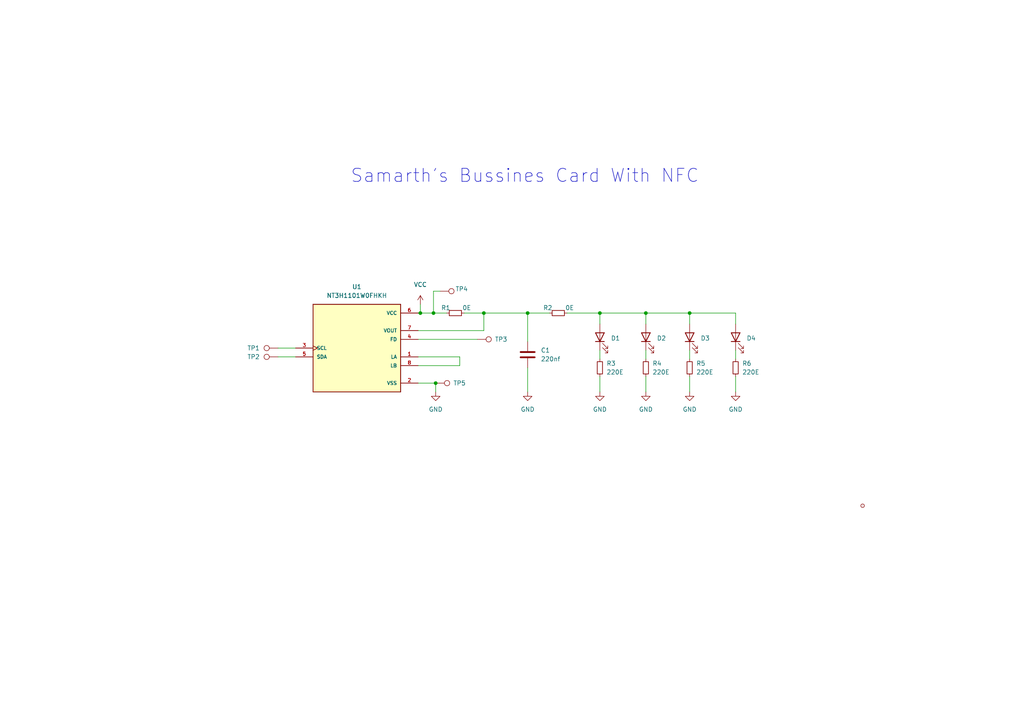
<source format=kicad_sch>
(kicad_sch (version 20230121) (generator eeschema)

  (uuid 7f5acc34-4bdc-4614-918e-a91e0be7a014)

  (paper "A4")

  (lib_symbols
    (symbol "Connector:TestPoint" (pin_numbers hide) (pin_names (offset 0.762) hide) (in_bom yes) (on_board yes)
      (property "Reference" "TP" (at 0 6.858 0)
        (effects (font (size 1.27 1.27)))
      )
      (property "Value" "TestPoint" (at 0 5.08 0)
        (effects (font (size 1.27 1.27)))
      )
      (property "Footprint" "" (at 5.08 0 0)
        (effects (font (size 1.27 1.27)) hide)
      )
      (property "Datasheet" "~" (at 5.08 0 0)
        (effects (font (size 1.27 1.27)) hide)
      )
      (property "ki_keywords" "test point tp" (at 0 0 0)
        (effects (font (size 1.27 1.27)) hide)
      )
      (property "ki_description" "test point" (at 0 0 0)
        (effects (font (size 1.27 1.27)) hide)
      )
      (property "ki_fp_filters" "Pin* Test*" (at 0 0 0)
        (effects (font (size 1.27 1.27)) hide)
      )
      (symbol "TestPoint_0_1"
        (circle (center 0 3.302) (radius 0.762)
          (stroke (width 0) (type default))
          (fill (type none))
        )
      )
      (symbol "TestPoint_1_1"
        (pin passive line (at 0 0 90) (length 2.54)
          (name "1" (effects (font (size 1.27 1.27))))
          (number "1" (effects (font (size 1.27 1.27))))
        )
      )
    )
    (symbol "Connector:TestPoint_Small" (pin_numbers hide) (pin_names (offset 0.762) hide) (in_bom yes) (on_board yes)
      (property "Reference" "TP" (at 0 3.81 0)
        (effects (font (size 1.27 1.27)))
      )
      (property "Value" "TestPoint_Small" (at 0 2.032 0)
        (effects (font (size 1.27 1.27)))
      )
      (property "Footprint" "" (at 5.08 0 0)
        (effects (font (size 1.27 1.27)) hide)
      )
      (property "Datasheet" "~" (at 5.08 0 0)
        (effects (font (size 1.27 1.27)) hide)
      )
      (property "ki_keywords" "test point tp" (at 0 0 0)
        (effects (font (size 1.27 1.27)) hide)
      )
      (property "ki_description" "test point" (at 0 0 0)
        (effects (font (size 1.27 1.27)) hide)
      )
      (property "ki_fp_filters" "Pin* Test*" (at 0 0 0)
        (effects (font (size 1.27 1.27)) hide)
      )
      (symbol "TestPoint_Small_0_1"
        (circle (center 0 0) (radius 0.508)
          (stroke (width 0) (type default))
          (fill (type none))
        )
      )
      (symbol "TestPoint_Small_1_1"
        (pin passive line (at 0 0 90) (length 0)
          (name "1" (effects (font (size 1.27 1.27))))
          (number "1" (effects (font (size 1.27 1.27))))
        )
      )
    )
    (symbol "Device:C" (pin_numbers hide) (pin_names (offset 0.254)) (in_bom yes) (on_board yes)
      (property "Reference" "C" (at 0.635 2.54 0)
        (effects (font (size 1.27 1.27)) (justify left))
      )
      (property "Value" "C" (at 0.635 -2.54 0)
        (effects (font (size 1.27 1.27)) (justify left))
      )
      (property "Footprint" "" (at 0.9652 -3.81 0)
        (effects (font (size 1.27 1.27)) hide)
      )
      (property "Datasheet" "~" (at 0 0 0)
        (effects (font (size 1.27 1.27)) hide)
      )
      (property "ki_keywords" "cap capacitor" (at 0 0 0)
        (effects (font (size 1.27 1.27)) hide)
      )
      (property "ki_description" "Unpolarized capacitor" (at 0 0 0)
        (effects (font (size 1.27 1.27)) hide)
      )
      (property "ki_fp_filters" "C_*" (at 0 0 0)
        (effects (font (size 1.27 1.27)) hide)
      )
      (symbol "C_0_1"
        (polyline
          (pts
            (xy -2.032 -0.762)
            (xy 2.032 -0.762)
          )
          (stroke (width 0.508) (type default))
          (fill (type none))
        )
        (polyline
          (pts
            (xy -2.032 0.762)
            (xy 2.032 0.762)
          )
          (stroke (width 0.508) (type default))
          (fill (type none))
        )
      )
      (symbol "C_1_1"
        (pin passive line (at 0 3.81 270) (length 2.794)
          (name "~" (effects (font (size 1.27 1.27))))
          (number "1" (effects (font (size 1.27 1.27))))
        )
        (pin passive line (at 0 -3.81 90) (length 2.794)
          (name "~" (effects (font (size 1.27 1.27))))
          (number "2" (effects (font (size 1.27 1.27))))
        )
      )
    )
    (symbol "Device:LED" (pin_numbers hide) (pin_names (offset 1.016) hide) (in_bom yes) (on_board yes)
      (property "Reference" "D" (at 0 2.54 0)
        (effects (font (size 1.27 1.27)))
      )
      (property "Value" "LED" (at 0 -2.54 0)
        (effects (font (size 1.27 1.27)))
      )
      (property "Footprint" "" (at 0 0 0)
        (effects (font (size 1.27 1.27)) hide)
      )
      (property "Datasheet" "~" (at 0 0 0)
        (effects (font (size 1.27 1.27)) hide)
      )
      (property "ki_keywords" "LED diode" (at 0 0 0)
        (effects (font (size 1.27 1.27)) hide)
      )
      (property "ki_description" "Light emitting diode" (at 0 0 0)
        (effects (font (size 1.27 1.27)) hide)
      )
      (property "ki_fp_filters" "LED* LED_SMD:* LED_THT:*" (at 0 0 0)
        (effects (font (size 1.27 1.27)) hide)
      )
      (symbol "LED_0_1"
        (polyline
          (pts
            (xy -1.27 -1.27)
            (xy -1.27 1.27)
          )
          (stroke (width 0.254) (type default))
          (fill (type none))
        )
        (polyline
          (pts
            (xy -1.27 0)
            (xy 1.27 0)
          )
          (stroke (width 0) (type default))
          (fill (type none))
        )
        (polyline
          (pts
            (xy 1.27 -1.27)
            (xy 1.27 1.27)
            (xy -1.27 0)
            (xy 1.27 -1.27)
          )
          (stroke (width 0.254) (type default))
          (fill (type none))
        )
        (polyline
          (pts
            (xy -3.048 -0.762)
            (xy -4.572 -2.286)
            (xy -3.81 -2.286)
            (xy -4.572 -2.286)
            (xy -4.572 -1.524)
          )
          (stroke (width 0) (type default))
          (fill (type none))
        )
        (polyline
          (pts
            (xy -1.778 -0.762)
            (xy -3.302 -2.286)
            (xy -2.54 -2.286)
            (xy -3.302 -2.286)
            (xy -3.302 -1.524)
          )
          (stroke (width 0) (type default))
          (fill (type none))
        )
      )
      (symbol "LED_1_1"
        (pin passive line (at -3.81 0 0) (length 2.54)
          (name "K" (effects (font (size 1.27 1.27))))
          (number "1" (effects (font (size 1.27 1.27))))
        )
        (pin passive line (at 3.81 0 180) (length 2.54)
          (name "A" (effects (font (size 1.27 1.27))))
          (number "2" (effects (font (size 1.27 1.27))))
        )
      )
    )
    (symbol "Device:R_Small" (pin_numbers hide) (pin_names (offset 0.254) hide) (in_bom yes) (on_board yes)
      (property "Reference" "R" (at 0.762 0.508 0)
        (effects (font (size 1.27 1.27)) (justify left))
      )
      (property "Value" "R_Small" (at 0.762 -1.016 0)
        (effects (font (size 1.27 1.27)) (justify left))
      )
      (property "Footprint" "" (at 0 0 0)
        (effects (font (size 1.27 1.27)) hide)
      )
      (property "Datasheet" "~" (at 0 0 0)
        (effects (font (size 1.27 1.27)) hide)
      )
      (property "ki_keywords" "R resistor" (at 0 0 0)
        (effects (font (size 1.27 1.27)) hide)
      )
      (property "ki_description" "Resistor, small symbol" (at 0 0 0)
        (effects (font (size 1.27 1.27)) hide)
      )
      (property "ki_fp_filters" "R_*" (at 0 0 0)
        (effects (font (size 1.27 1.27)) hide)
      )
      (symbol "R_Small_0_1"
        (rectangle (start -0.762 1.778) (end 0.762 -1.778)
          (stroke (width 0.2032) (type default))
          (fill (type none))
        )
      )
      (symbol "R_Small_1_1"
        (pin passive line (at 0 2.54 270) (length 0.762)
          (name "~" (effects (font (size 1.27 1.27))))
          (number "1" (effects (font (size 1.27 1.27))))
        )
        (pin passive line (at 0 -2.54 90) (length 0.762)
          (name "~" (effects (font (size 1.27 1.27))))
          (number "2" (effects (font (size 1.27 1.27))))
        )
      )
    )
    (symbol "NT3H1101W0FHKH:NT3H1101W0FHKH" (pin_names (offset 1.016)) (in_bom yes) (on_board yes)
      (property "Reference" "U" (at -12.7 13.462 0)
        (effects (font (size 1.27 1.27)) (justify left bottom))
      )
      (property "Value" "NT3H1101W0FHKH" (at -12.7 -15.24 0)
        (effects (font (size 1.27 1.27)) (justify left bottom))
      )
      (property "Footprint" "IC_NT3H1101W0FHKH" (at 0 0 0)
        (effects (font (size 1.27 1.27)) (justify bottom) hide)
      )
      (property "Datasheet" "" (at 0 0 0)
        (effects (font (size 1.27 1.27)) hide)
      )
      (property "MANUFACTURER" "NXP" (at 0 0 0)
        (effects (font (size 1.27 1.27)) (justify bottom) hide)
      )
      (property "SNAPEDA_PACKAGE_ID" "7291" (at 0 0 0)
        (effects (font (size 1.27 1.27)) (justify bottom) hide)
      )
      (property "STANDARD" "Manufacturer Recommendations" (at 0 0 0)
        (effects (font (size 1.27 1.27)) (justify bottom) hide)
      )
      (property "PARTREV" "3.3" (at 0 0 0)
        (effects (font (size 1.27 1.27)) (justify bottom) hide)
      )
      (property "MAXIMUM_PACKAGE_HEIGHT" "0.5mm" (at 0 0 0)
        (effects (font (size 1.27 1.27)) (justify bottom) hide)
      )
      (symbol "NT3H1101W0FHKH_0_0"
        (rectangle (start -12.7 -12.7) (end 12.7 12.7)
          (stroke (width 0.254) (type default))
          (fill (type background))
        )
        (pin bidirectional line (at 17.78 -2.54 180) (length 5.08)
          (name "LA" (effects (font (size 1.016 1.016))))
          (number "1" (effects (font (size 1.016 1.016))))
        )
        (pin power_in line (at 17.78 -10.16 180) (length 5.08)
          (name "VSS" (effects (font (size 1.016 1.016))))
          (number "2" (effects (font (size 1.016 1.016))))
        )
        (pin input clock (at -17.78 0 0) (length 5.08)
          (name "SCL" (effects (font (size 1.016 1.016))))
          (number "3" (effects (font (size 1.016 1.016))))
        )
        (pin output line (at 17.78 2.54 180) (length 5.08)
          (name "FD" (effects (font (size 1.016 1.016))))
          (number "4" (effects (font (size 1.016 1.016))))
        )
        (pin bidirectional line (at -17.78 -2.54 0) (length 5.08)
          (name "SDA" (effects (font (size 1.016 1.016))))
          (number "5" (effects (font (size 1.016 1.016))))
        )
        (pin power_in line (at 17.78 10.16 180) (length 5.08)
          (name "VCC" (effects (font (size 1.016 1.016))))
          (number "6" (effects (font (size 1.016 1.016))))
        )
        (pin output line (at 17.78 5.08 180) (length 5.08)
          (name "VOUT" (effects (font (size 1.016 1.016))))
          (number "7" (effects (font (size 1.016 1.016))))
        )
        (pin bidirectional line (at 17.78 -5.08 180) (length 5.08)
          (name "LB" (effects (font (size 1.016 1.016))))
          (number "8" (effects (font (size 1.016 1.016))))
        )
      )
    )
    (symbol "power:GND" (power) (pin_names (offset 0)) (in_bom yes) (on_board yes)
      (property "Reference" "#PWR" (at 0 -6.35 0)
        (effects (font (size 1.27 1.27)) hide)
      )
      (property "Value" "GND" (at 0 -3.81 0)
        (effects (font (size 1.27 1.27)))
      )
      (property "Footprint" "" (at 0 0 0)
        (effects (font (size 1.27 1.27)) hide)
      )
      (property "Datasheet" "" (at 0 0 0)
        (effects (font (size 1.27 1.27)) hide)
      )
      (property "ki_keywords" "power-flag" (at 0 0 0)
        (effects (font (size 1.27 1.27)) hide)
      )
      (property "ki_description" "Power symbol creates a global label with name \"GND\" , ground" (at 0 0 0)
        (effects (font (size 1.27 1.27)) hide)
      )
      (symbol "GND_0_1"
        (polyline
          (pts
            (xy 0 0)
            (xy 0 -1.27)
            (xy 1.27 -1.27)
            (xy 0 -2.54)
            (xy -1.27 -1.27)
            (xy 0 -1.27)
          )
          (stroke (width 0) (type default))
          (fill (type none))
        )
      )
      (symbol "GND_1_1"
        (pin power_in line (at 0 0 270) (length 0) hide
          (name "GND" (effects (font (size 1.27 1.27))))
          (number "1" (effects (font (size 1.27 1.27))))
        )
      )
    )
    (symbol "power:VCC" (power) (pin_names (offset 0)) (in_bom yes) (on_board yes)
      (property "Reference" "#PWR" (at 0 -3.81 0)
        (effects (font (size 1.27 1.27)) hide)
      )
      (property "Value" "VCC" (at 0 3.81 0)
        (effects (font (size 1.27 1.27)))
      )
      (property "Footprint" "" (at 0 0 0)
        (effects (font (size 1.27 1.27)) hide)
      )
      (property "Datasheet" "" (at 0 0 0)
        (effects (font (size 1.27 1.27)) hide)
      )
      (property "ki_keywords" "power-flag" (at 0 0 0)
        (effects (font (size 1.27 1.27)) hide)
      )
      (property "ki_description" "Power symbol creates a global label with name \"VCC\"" (at 0 0 0)
        (effects (font (size 1.27 1.27)) hide)
      )
      (symbol "VCC_0_1"
        (polyline
          (pts
            (xy -0.762 1.27)
            (xy 0 2.54)
          )
          (stroke (width 0) (type default))
          (fill (type none))
        )
        (polyline
          (pts
            (xy 0 0)
            (xy 0 2.54)
          )
          (stroke (width 0) (type default))
          (fill (type none))
        )
        (polyline
          (pts
            (xy 0 2.54)
            (xy 0.762 1.27)
          )
          (stroke (width 0) (type default))
          (fill (type none))
        )
      )
      (symbol "VCC_1_1"
        (pin power_in line (at 0 0 90) (length 0) hide
          (name "VCC" (effects (font (size 1.27 1.27))))
          (number "1" (effects (font (size 1.27 1.27))))
        )
      )
    )
  )

  (junction (at 173.99 90.805) (diameter 0) (color 0 0 0 0)
    (uuid 37386ffc-7bfa-43da-ab95-757e6819a2d3)
  )
  (junction (at 126.365 111.125) (diameter 0) (color 0 0 0 0)
    (uuid 4d758095-283b-493a-aa7f-483ff6230876)
  )
  (junction (at 140.335 90.805) (diameter 0) (color 0 0 0 0)
    (uuid 804346ee-33c0-44d5-97a2-ba39edaa3a98)
  )
  (junction (at 153.035 90.805) (diameter 0) (color 0 0 0 0)
    (uuid 8d190742-123e-4a1e-8421-0a1cd0266f62)
  )
  (junction (at 125.73 90.805) (diameter 0) (color 0 0 0 0)
    (uuid 9681769c-d4c4-4f1a-9072-d08ea6a3ceb4)
  )
  (junction (at 200.025 90.805) (diameter 0) (color 0 0 0 0)
    (uuid ad5372d5-8502-4d70-ad7c-aa2f3b2f3f0f)
  )
  (junction (at 187.325 90.805) (diameter 0) (color 0 0 0 0)
    (uuid c58e0dc2-256d-4988-b6a0-4bd2f3010c8e)
  )
  (junction (at 121.92 90.805) (diameter 0) (color 0 0 0 0)
    (uuid dfa8501b-d74e-447b-aafb-19ec36efb7a0)
  )

  (wire (pts (xy 187.325 90.805) (xy 187.325 93.98))
    (stroke (width 0) (type default))
    (uuid 0692b572-dc97-432c-9ba4-5829bb4e2674)
  )
  (wire (pts (xy 80.645 103.505) (xy 85.725 103.505))
    (stroke (width 0) (type default))
    (uuid 09ee7ed5-b1f1-46b5-8559-09c87feb3223)
  )
  (wire (pts (xy 121.285 103.505) (xy 133.35 103.505))
    (stroke (width 0) (type default))
    (uuid 0ae15bca-fc42-421d-9847-6681d5c904e9)
  )
  (wire (pts (xy 173.99 90.805) (xy 173.99 93.98))
    (stroke (width 0) (type default))
    (uuid 105aeca6-e713-4154-9fab-b325fbb238bf)
  )
  (wire (pts (xy 121.92 90.805) (xy 125.73 90.805))
    (stroke (width 0) (type default))
    (uuid 1b5bb49b-d644-4ab7-976d-c3bf6b7d0233)
  )
  (wire (pts (xy 213.36 93.98) (xy 213.36 90.805))
    (stroke (width 0) (type default))
    (uuid 21b0239d-4cc5-4462-b0c0-6fcff35090e4)
  )
  (wire (pts (xy 173.99 101.6) (xy 173.99 104.14))
    (stroke (width 0) (type default))
    (uuid 2369b097-3997-4b0e-ba6d-dc65a15ee647)
  )
  (wire (pts (xy 126.365 111.125) (xy 126.365 113.665))
    (stroke (width 0) (type default))
    (uuid 242e065b-4829-4e07-ac76-563c82cbec65)
  )
  (wire (pts (xy 187.325 101.6) (xy 187.325 104.14))
    (stroke (width 0) (type default))
    (uuid 254c8082-567b-4169-9b9e-2172aac15e9c)
  )
  (wire (pts (xy 213.36 109.22) (xy 213.36 113.665))
    (stroke (width 0) (type default))
    (uuid 256a8cdb-c588-43ff-9872-31a3ba801a44)
  )
  (wire (pts (xy 200.025 109.22) (xy 200.025 113.665))
    (stroke (width 0) (type default))
    (uuid 359a8ae0-06d7-457c-b8dc-784b9dc3be65)
  )
  (wire (pts (xy 125.73 84.455) (xy 125.73 90.805))
    (stroke (width 0) (type default))
    (uuid 3661d0b4-0d38-43ff-bb21-f9350d1f293c)
  )
  (wire (pts (xy 153.035 90.805) (xy 153.035 99.06))
    (stroke (width 0) (type default))
    (uuid 37527a03-822b-453f-8484-c20706aaa766)
  )
  (wire (pts (xy 200.025 90.805) (xy 187.325 90.805))
    (stroke (width 0) (type default))
    (uuid 42fcf1b9-8d02-4601-8eaf-201d10380300)
  )
  (wire (pts (xy 125.73 90.805) (xy 129.54 90.805))
    (stroke (width 0) (type default))
    (uuid 4585de92-0f4c-4ea3-ad87-bd4b7d4bdfe7)
  )
  (wire (pts (xy 133.35 103.505) (xy 133.35 106.045))
    (stroke (width 0) (type default))
    (uuid 57c976a1-8aa9-4713-b735-32a74162ee77)
  )
  (wire (pts (xy 187.325 90.805) (xy 173.99 90.805))
    (stroke (width 0) (type default))
    (uuid 5e70c39e-7729-4d20-9f0f-f91842f42ca2)
  )
  (wire (pts (xy 140.335 90.805) (xy 153.035 90.805))
    (stroke (width 0) (type default))
    (uuid 5ea3f565-f133-4a7b-9c9f-db7a46a8ce4c)
  )
  (wire (pts (xy 140.335 95.885) (xy 140.335 90.805))
    (stroke (width 0) (type default))
    (uuid 6165aed1-55e6-4da6-80a3-b506e38250ea)
  )
  (wire (pts (xy 200.025 101.6) (xy 200.025 104.14))
    (stroke (width 0) (type default))
    (uuid 6cb20960-f9f0-4fce-bae0-5fb227fd2520)
  )
  (wire (pts (xy 121.92 88.265) (xy 121.92 90.805))
    (stroke (width 0) (type default))
    (uuid 6fb688e1-389c-4dbd-a79a-a1d5863717d3)
  )
  (wire (pts (xy 200.025 90.805) (xy 200.025 93.98))
    (stroke (width 0) (type default))
    (uuid 70a41ef5-71c0-4006-b517-742e5c06ed8c)
  )
  (wire (pts (xy 127.635 84.455) (xy 125.73 84.455))
    (stroke (width 0) (type default))
    (uuid 7bac5338-fee2-4cbe-b5b6-5ad9e0cb5809)
  )
  (wire (pts (xy 121.285 95.885) (xy 140.335 95.885))
    (stroke (width 0) (type default))
    (uuid 86ad4319-53a4-4b26-8f2c-58abe441275c)
  )
  (wire (pts (xy 213.36 101.6) (xy 213.36 104.14))
    (stroke (width 0) (type default))
    (uuid 8802ed53-1cf0-403e-8b2b-bd839a65255b)
  )
  (wire (pts (xy 121.285 98.425) (xy 138.43 98.425))
    (stroke (width 0) (type default))
    (uuid 8c24aab8-9653-4b8d-a2cc-155d9eeefeeb)
  )
  (wire (pts (xy 121.285 90.805) (xy 121.92 90.805))
    (stroke (width 0) (type default))
    (uuid 8e56f7c5-f2f1-45b0-a006-2d8c6652e0b0)
  )
  (wire (pts (xy 80.645 100.965) (xy 85.725 100.965))
    (stroke (width 0) (type default))
    (uuid 95a23436-f002-4d97-9a56-35773dbb2448)
  )
  (wire (pts (xy 153.035 106.68) (xy 153.035 113.665))
    (stroke (width 0) (type default))
    (uuid 9678cbee-eafd-4616-b6e7-9e1053baaf49)
  )
  (wire (pts (xy 187.325 109.22) (xy 187.325 113.665))
    (stroke (width 0) (type default))
    (uuid c42dd4bf-78b6-4ff8-96a0-7da9968721c9)
  )
  (wire (pts (xy 133.35 106.045) (xy 121.285 106.045))
    (stroke (width 0) (type default))
    (uuid c4bb1f27-59ff-4338-ba3c-f5dc01eac9fe)
  )
  (wire (pts (xy 153.035 90.805) (xy 159.385 90.805))
    (stroke (width 0) (type default))
    (uuid c567390a-0518-43a4-bdc5-e85208a0574c)
  )
  (wire (pts (xy 173.99 109.22) (xy 173.99 113.665))
    (stroke (width 0) (type default))
    (uuid d02c82e0-e381-4d37-b784-3bc01b66f03b)
  )
  (wire (pts (xy 134.62 90.805) (xy 140.335 90.805))
    (stroke (width 0) (type default))
    (uuid d2064489-fa09-4565-9516-b0d90d25942e)
  )
  (wire (pts (xy 164.465 90.805) (xy 173.99 90.805))
    (stroke (width 0) (type default))
    (uuid e3201043-c41e-4320-a75b-250ba7b44d53)
  )
  (wire (pts (xy 213.36 90.805) (xy 200.025 90.805))
    (stroke (width 0) (type default))
    (uuid f20ed175-c3ed-46b5-b525-32131ac8926e)
  )
  (wire (pts (xy 121.285 111.125) (xy 126.365 111.125))
    (stroke (width 0) (type default))
    (uuid fb6a9c21-eb17-4644-b884-2b055562aec4)
  )

  (text "Samarth's Bussines Card With NFC" (at 101.6 53.34 0)
    (effects (font (size 3.81 3.81)) (justify left bottom))
    (uuid 2e292b5d-a690-4788-a442-f6155b14b4da)
  )

  (symbol (lib_id "Connector:TestPoint_Small") (at 250.19 146.685 0) (unit 1)
    (in_bom yes) (on_board yes) (dnp no) (fields_autoplaced)
    (uuid 030adf38-2915-416b-a7eb-550b637f3de6)
    (property "Reference" "TP6" (at 251.46 145.4149 0)
      (effects (font (size 1.27 1.27)) (justify left) hide)
    )
    (property "Value" "TestPoint_Small" (at 251.46 147.9549 0)
      (effects (font (size 1.27 1.27)) (justify left) hide)
    )
    (property "Footprint" "" (at 255.27 146.685 0)
      (effects (font (size 1.27 1.27)) hide)
    )
    (property "Datasheet" "~" (at 255.27 146.685 0)
      (effects (font (size 1.27 1.27)) hide)
    )
    (pin "1" (uuid aea85a9b-f0ba-4825-9336-9428f3479ef2))
    (instances
      (project "Samarth_Bussines_Card_With_NFC"
        (path "/7f5acc34-4bdc-4614-918e-a91e0be7a014"
          (reference "TP6") (unit 1)
        )
      )
    )
  )

  (symbol (lib_id "power:GND") (at 126.365 113.665 0) (unit 1)
    (in_bom yes) (on_board yes) (dnp no) (fields_autoplaced)
    (uuid 39e52a45-3584-477e-bae5-96157560c704)
    (property "Reference" "#PWR01" (at 126.365 120.015 0)
      (effects (font (size 1.27 1.27)) hide)
    )
    (property "Value" "GND" (at 126.365 118.745 0)
      (effects (font (size 1.27 1.27)))
    )
    (property "Footprint" "" (at 126.365 113.665 0)
      (effects (font (size 1.27 1.27)) hide)
    )
    (property "Datasheet" "" (at 126.365 113.665 0)
      (effects (font (size 1.27 1.27)) hide)
    )
    (pin "1" (uuid 12ab84da-9dad-465c-92a4-84c9da254f31))
    (instances
      (project "Samarth_Bussines_Card_With_NFC"
        (path "/7f5acc34-4bdc-4614-918e-a91e0be7a014"
          (reference "#PWR01") (unit 1)
        )
      )
    )
  )

  (symbol (lib_id "power:GND") (at 187.325 113.665 0) (unit 1)
    (in_bom yes) (on_board yes) (dnp no) (fields_autoplaced)
    (uuid 3f2a2a50-aa78-435f-a3ec-199d791b0813)
    (property "Reference" "#PWR04" (at 187.325 120.015 0)
      (effects (font (size 1.27 1.27)) hide)
    )
    (property "Value" "GND" (at 187.325 118.745 0)
      (effects (font (size 1.27 1.27)))
    )
    (property "Footprint" "" (at 187.325 113.665 0)
      (effects (font (size 1.27 1.27)) hide)
    )
    (property "Datasheet" "" (at 187.325 113.665 0)
      (effects (font (size 1.27 1.27)) hide)
    )
    (pin "1" (uuid 1db53edb-3742-4a2b-b2c8-352cae8fae56))
    (instances
      (project "Samarth_Bussines_Card_With_NFC"
        (path "/7f5acc34-4bdc-4614-918e-a91e0be7a014"
          (reference "#PWR04") (unit 1)
        )
      )
    )
  )

  (symbol (lib_id "power:GND") (at 173.99 113.665 0) (unit 1)
    (in_bom yes) (on_board yes) (dnp no) (fields_autoplaced)
    (uuid 62dee1d6-abf8-4386-b05c-74b5a6eb260a)
    (property "Reference" "#PWR03" (at 173.99 120.015 0)
      (effects (font (size 1.27 1.27)) hide)
    )
    (property "Value" "GND" (at 173.99 118.745 0)
      (effects (font (size 1.27 1.27)))
    )
    (property "Footprint" "" (at 173.99 113.665 0)
      (effects (font (size 1.27 1.27)) hide)
    )
    (property "Datasheet" "" (at 173.99 113.665 0)
      (effects (font (size 1.27 1.27)) hide)
    )
    (pin "1" (uuid 0946d62e-c702-4855-83b3-e13348e6af3d))
    (instances
      (project "Samarth_Bussines_Card_With_NFC"
        (path "/7f5acc34-4bdc-4614-918e-a91e0be7a014"
          (reference "#PWR03") (unit 1)
        )
      )
    )
  )

  (symbol (lib_id "Device:C") (at 153.035 102.87 0) (unit 1)
    (in_bom yes) (on_board yes) (dnp no) (fields_autoplaced)
    (uuid 6afa757b-8ca7-404f-bc20-5f683361bd6d)
    (property "Reference" "C1" (at 156.845 101.5999 0)
      (effects (font (size 1.27 1.27)) (justify left))
    )
    (property "Value" "220nf" (at 156.845 104.1399 0)
      (effects (font (size 1.27 1.27)) (justify left))
    )
    (property "Footprint" "Capacitor_SMD:C_0402_1005Metric" (at 154.0002 106.68 0)
      (effects (font (size 1.27 1.27)) hide)
    )
    (property "Datasheet" "~" (at 153.035 102.87 0)
      (effects (font (size 1.27 1.27)) hide)
    )
    (pin "1" (uuid cdb3d52e-7d61-4432-aebf-44edde9e6218))
    (pin "2" (uuid ffae792f-71ac-49fe-935f-3fc508041663))
    (instances
      (project "Samarth_Bussines_Card_With_NFC"
        (path "/7f5acc34-4bdc-4614-918e-a91e0be7a014"
          (reference "C1") (unit 1)
        )
      )
    )
  )

  (symbol (lib_id "NT3H1101W0FHKH:NT3H1101W0FHKH") (at 103.505 100.965 0) (unit 1)
    (in_bom yes) (on_board yes) (dnp no) (fields_autoplaced)
    (uuid 6f9a8c71-b4d4-49cb-aee1-c7349e7cfa7d)
    (property "Reference" "U1" (at 103.505 83.185 0)
      (effects (font (size 1.27 1.27)))
    )
    (property "Value" "NT3H1101W0FHKH" (at 103.505 85.725 0)
      (effects (font (size 1.27 1.27)))
    )
    (property "Footprint" "Shawn_PCB_Business_card:IC_NT3H1101W0FHKH" (at 103.505 100.965 0)
      (effects (font (size 1.27 1.27)) (justify bottom) hide)
    )
    (property "Datasheet" "" (at 103.505 100.965 0)
      (effects (font (size 1.27 1.27)) hide)
    )
    (property "MANUFACTURER" "NXP" (at 103.505 100.965 0)
      (effects (font (size 1.27 1.27)) (justify bottom) hide)
    )
    (property "SNAPEDA_PACKAGE_ID" "7291" (at 103.505 100.965 0)
      (effects (font (size 1.27 1.27)) (justify bottom) hide)
    )
    (property "STANDARD" "Manufacturer Recommendations" (at 103.505 100.965 0)
      (effects (font (size 1.27 1.27)) (justify bottom) hide)
    )
    (property "PARTREV" "3.3" (at 103.505 100.965 0)
      (effects (font (size 1.27 1.27)) (justify bottom) hide)
    )
    (property "MAXIMUM_PACKAGE_HEIGHT" "0.5mm" (at 103.505 100.965 0)
      (effects (font (size 1.27 1.27)) (justify bottom) hide)
    )
    (pin "1" (uuid da43069f-51ed-4d68-8c7c-469b83cd0e26))
    (pin "2" (uuid 38042dee-cce7-471d-9caf-1c9378e5f58c))
    (pin "3" (uuid e554856b-055c-427b-ae3b-fa1dbf157bad))
    (pin "4" (uuid d8a9bd98-7b11-48d4-b2af-e7f13b0c797b))
    (pin "5" (uuid 9b22227d-9352-4dd3-821a-5a37f628aebe))
    (pin "6" (uuid 04ea2286-1185-489c-b347-b58ea3c5d3c8))
    (pin "7" (uuid 7695d0bc-9c1f-415f-90f2-a6cf85a876ef))
    (pin "8" (uuid 9a03eb5c-53b5-4e0a-a459-d2c4c565547b))
    (instances
      (project "Samarth_Bussines_Card_With_NFC"
        (path "/7f5acc34-4bdc-4614-918e-a91e0be7a014"
          (reference "U1") (unit 1)
        )
      )
    )
  )

  (symbol (lib_id "Device:R_Small") (at 173.99 106.68 0) (unit 1)
    (in_bom yes) (on_board yes) (dnp no) (fields_autoplaced)
    (uuid 7532b1ab-2490-4c8c-ac44-94c1bd48cbda)
    (property "Reference" "R3" (at 175.895 105.4099 0)
      (effects (font (size 1.27 1.27)) (justify left))
    )
    (property "Value" "220E" (at 175.895 107.9499 0)
      (effects (font (size 1.27 1.27)) (justify left))
    )
    (property "Footprint" "Resistor_SMD:R_0402_1005Metric" (at 173.99 106.68 0)
      (effects (font (size 1.27 1.27)) hide)
    )
    (property "Datasheet" "~" (at 173.99 106.68 0)
      (effects (font (size 1.27 1.27)) hide)
    )
    (pin "1" (uuid a2771df9-2544-40e8-8282-6b9377926bb5))
    (pin "2" (uuid cee8689f-380e-49f1-ab5f-3d8430397606))
    (instances
      (project "Samarth_Bussines_Card_With_NFC"
        (path "/7f5acc34-4bdc-4614-918e-a91e0be7a014"
          (reference "R3") (unit 1)
        )
      )
    )
  )

  (symbol (lib_id "Device:LED") (at 213.36 97.79 90) (unit 1)
    (in_bom yes) (on_board yes) (dnp no) (fields_autoplaced)
    (uuid 8c38e8ab-5b4f-4e57-ab11-a5262986d6e5)
    (property "Reference" "D4" (at 216.535 98.1074 90)
      (effects (font (size 1.27 1.27)) (justify right))
    )
    (property "Value" "LED" (at 216.535 100.6474 90)
      (effects (font (size 1.27 1.27)) (justify right) hide)
    )
    (property "Footprint" "LED_SMD:LED_0402_1005Metric" (at 213.36 97.79 0)
      (effects (font (size 1.27 1.27)) hide)
    )
    (property "Datasheet" "~" (at 213.36 97.79 0)
      (effects (font (size 1.27 1.27)) hide)
    )
    (pin "1" (uuid b74fc196-1355-45b4-8389-4010339b296c))
    (pin "2" (uuid ba5a8b00-f783-49bf-a9b6-d2cdaee85f3c))
    (instances
      (project "Samarth_Bussines_Card_With_NFC"
        (path "/7f5acc34-4bdc-4614-918e-a91e0be7a014"
          (reference "D4") (unit 1)
        )
      )
    )
  )

  (symbol (lib_id "power:VCC") (at 121.92 88.265 0) (unit 1)
    (in_bom yes) (on_board yes) (dnp no) (fields_autoplaced)
    (uuid 8c7a1be4-d490-46e1-a3f7-27c73586445c)
    (property "Reference" "#PWR0101" (at 121.92 92.075 0)
      (effects (font (size 1.27 1.27)) hide)
    )
    (property "Value" "VCC" (at 121.92 82.55 0)
      (effects (font (size 1.27 1.27)))
    )
    (property "Footprint" "" (at 121.92 88.265 0)
      (effects (font (size 1.27 1.27)) hide)
    )
    (property "Datasheet" "" (at 121.92 88.265 0)
      (effects (font (size 1.27 1.27)) hide)
    )
    (pin "1" (uuid d62ea834-53d9-4592-afa9-d142c3da3ce2))
    (instances
      (project "Samarth_Bussines_Card_With_NFC"
        (path "/7f5acc34-4bdc-4614-918e-a91e0be7a014"
          (reference "#PWR0101") (unit 1)
        )
      )
    )
  )

  (symbol (lib_id "Device:R_Small") (at 132.08 90.805 90) (unit 1)
    (in_bom yes) (on_board yes) (dnp no)
    (uuid 96e69dbe-feee-446c-990c-f94b2a246396)
    (property "Reference" "R1" (at 129.286 89.281 90)
      (effects (font (size 1.27 1.27)))
    )
    (property "Value" "0E" (at 135.382 89.281 90)
      (effects (font (size 1.27 1.27)))
    )
    (property "Footprint" "Resistor_SMD:R_0402_1005Metric" (at 132.08 90.805 0)
      (effects (font (size 1.27 1.27)) hide)
    )
    (property "Datasheet" "~" (at 132.08 90.805 0)
      (effects (font (size 1.27 1.27)) hide)
    )
    (pin "1" (uuid 897f8e80-7861-408b-bbce-05108dffca89))
    (pin "2" (uuid 7be9216e-5944-491c-9991-e793414e0b07))
    (instances
      (project "Samarth_Bussines_Card_With_NFC"
        (path "/7f5acc34-4bdc-4614-918e-a91e0be7a014"
          (reference "R1") (unit 1)
        )
      )
    )
  )

  (symbol (lib_id "power:GND") (at 200.025 113.665 0) (unit 1)
    (in_bom yes) (on_board yes) (dnp no) (fields_autoplaced)
    (uuid 9e99299a-a4a4-42c3-be7e-f33151316d8a)
    (property "Reference" "#PWR05" (at 200.025 120.015 0)
      (effects (font (size 1.27 1.27)) hide)
    )
    (property "Value" "GND" (at 200.025 118.745 0)
      (effects (font (size 1.27 1.27)))
    )
    (property "Footprint" "" (at 200.025 113.665 0)
      (effects (font (size 1.27 1.27)) hide)
    )
    (property "Datasheet" "" (at 200.025 113.665 0)
      (effects (font (size 1.27 1.27)) hide)
    )
    (pin "1" (uuid d1e7a374-e5b8-443c-9566-d4f8d7943e1d))
    (instances
      (project "Samarth_Bussines_Card_With_NFC"
        (path "/7f5acc34-4bdc-4614-918e-a91e0be7a014"
          (reference "#PWR05") (unit 1)
        )
      )
    )
  )

  (symbol (lib_id "Connector:TestPoint") (at 80.645 103.505 90) (unit 1)
    (in_bom yes) (on_board yes) (dnp no)
    (uuid 9e9e0191-f930-4b16-a501-e57ac35830dc)
    (property "Reference" "TP2" (at 73.533 103.505 90)
      (effects (font (size 1.27 1.27)))
    )
    (property "Value" "TestPoint" (at 70.485 103.505 90)
      (effects (font (size 1.27 1.27)) hide)
    )
    (property "Footprint" "TestPoint:TestPoint_Pad_D1.0mm" (at 80.645 98.425 0)
      (effects (font (size 1.27 1.27)) hide)
    )
    (property "Datasheet" "~" (at 80.645 98.425 0)
      (effects (font (size 1.27 1.27)) hide)
    )
    (pin "1" (uuid 8a8aba62-6a98-4d05-8a1d-698f535e28e8))
    (instances
      (project "Samarth_Bussines_Card_With_NFC"
        (path "/7f5acc34-4bdc-4614-918e-a91e0be7a014"
          (reference "TP2") (unit 1)
        )
      )
    )
  )

  (symbol (lib_id "Device:R_Small") (at 161.925 90.805 90) (unit 1)
    (in_bom yes) (on_board yes) (dnp no)
    (uuid a322d789-df58-409b-bbc5-de669eb02950)
    (property "Reference" "R2" (at 158.877 89.281 90)
      (effects (font (size 1.27 1.27)))
    )
    (property "Value" "0E" (at 165.227 89.281 90)
      (effects (font (size 1.27 1.27)))
    )
    (property "Footprint" "Resistor_SMD:R_0402_1005Metric" (at 161.925 90.805 0)
      (effects (font (size 1.27 1.27)) hide)
    )
    (property "Datasheet" "~" (at 161.925 90.805 0)
      (effects (font (size 1.27 1.27)) hide)
    )
    (pin "1" (uuid f1030336-56eb-4fdd-8bcf-1db16242d8e4))
    (pin "2" (uuid c192b425-4ae4-41bd-8534-4e70ffc653d9))
    (instances
      (project "Samarth_Bussines_Card_With_NFC"
        (path "/7f5acc34-4bdc-4614-918e-a91e0be7a014"
          (reference "R2") (unit 1)
        )
      )
    )
  )

  (symbol (lib_id "power:GND") (at 153.035 113.665 0) (unit 1)
    (in_bom yes) (on_board yes) (dnp no) (fields_autoplaced)
    (uuid bb84b940-2a8c-4017-b509-bd85d81d4d9c)
    (property "Reference" "#PWR07" (at 153.035 120.015 0)
      (effects (font (size 1.27 1.27)) hide)
    )
    (property "Value" "GND" (at 153.035 118.745 0)
      (effects (font (size 1.27 1.27)))
    )
    (property "Footprint" "" (at 153.035 113.665 0)
      (effects (font (size 1.27 1.27)) hide)
    )
    (property "Datasheet" "" (at 153.035 113.665 0)
      (effects (font (size 1.27 1.27)) hide)
    )
    (pin "1" (uuid c7e5218c-6f99-48c0-8c39-63da5459740c))
    (instances
      (project "Samarth_Bussines_Card_With_NFC"
        (path "/7f5acc34-4bdc-4614-918e-a91e0be7a014"
          (reference "#PWR07") (unit 1)
        )
      )
    )
  )

  (symbol (lib_id "Connector:TestPoint") (at 127.635 84.455 270) (unit 1)
    (in_bom yes) (on_board yes) (dnp no)
    (uuid bc2763fb-58ac-42c8-bfc1-23150231d4bb)
    (property "Reference" "TP4" (at 132.08 83.82 90)
      (effects (font (size 1.27 1.27)) (justify left))
    )
    (property "Value" "TestPoint" (at 132.715 85.7249 90)
      (effects (font (size 1.27 1.27)) (justify left) hide)
    )
    (property "Footprint" "TestPoint:TestPoint_Pad_D1.0mm" (at 127.635 89.535 0)
      (effects (font (size 1.27 1.27)) hide)
    )
    (property "Datasheet" "~" (at 127.635 89.535 0)
      (effects (font (size 1.27 1.27)) hide)
    )
    (pin "1" (uuid c620d2c5-99ba-4eeb-964d-29626353f8d7))
    (instances
      (project "Samarth_Bussines_Card_With_NFC"
        (path "/7f5acc34-4bdc-4614-918e-a91e0be7a014"
          (reference "TP4") (unit 1)
        )
      )
    )
  )

  (symbol (lib_id "Device:R_Small") (at 200.025 106.68 0) (unit 1)
    (in_bom yes) (on_board yes) (dnp no) (fields_autoplaced)
    (uuid bed24523-7f29-43c1-8f78-73f7d7c94986)
    (property "Reference" "R5" (at 201.93 105.4099 0)
      (effects (font (size 1.27 1.27)) (justify left))
    )
    (property "Value" "220E" (at 201.93 107.9499 0)
      (effects (font (size 1.27 1.27)) (justify left))
    )
    (property "Footprint" "Resistor_SMD:R_0402_1005Metric" (at 200.025 106.68 0)
      (effects (font (size 1.27 1.27)) hide)
    )
    (property "Datasheet" "~" (at 200.025 106.68 0)
      (effects (font (size 1.27 1.27)) hide)
    )
    (pin "1" (uuid 1a8ce882-d310-488f-b6f8-2af5bf67e595))
    (pin "2" (uuid ce6bebd6-6b09-4993-8712-be512bb0fe04))
    (instances
      (project "Samarth_Bussines_Card_With_NFC"
        (path "/7f5acc34-4bdc-4614-918e-a91e0be7a014"
          (reference "R5") (unit 1)
        )
      )
    )
  )

  (symbol (lib_id "Device:LED") (at 173.99 97.79 90) (unit 1)
    (in_bom yes) (on_board yes) (dnp no) (fields_autoplaced)
    (uuid c3192b7c-c1b5-4cf2-9776-df2e90c80231)
    (property "Reference" "D1" (at 177.165 98.1074 90)
      (effects (font (size 1.27 1.27)) (justify right))
    )
    (property "Value" "LED" (at 177.165 100.6474 90)
      (effects (font (size 1.27 1.27)) (justify right) hide)
    )
    (property "Footprint" "LED_SMD:LED_0402_1005Metric" (at 173.99 97.79 0)
      (effects (font (size 1.27 1.27)) hide)
    )
    (property "Datasheet" "~" (at 173.99 97.79 0)
      (effects (font (size 1.27 1.27)) hide)
    )
    (pin "1" (uuid ac02cd27-7fbe-47e5-a9e1-8d4f0c586bb0))
    (pin "2" (uuid 3c1bf55b-52a0-4728-b2c7-03b1ee64c04c))
    (instances
      (project "Samarth_Bussines_Card_With_NFC"
        (path "/7f5acc34-4bdc-4614-918e-a91e0be7a014"
          (reference "D1") (unit 1)
        )
      )
    )
  )

  (symbol (lib_id "Connector:TestPoint") (at 138.43 98.425 270) (unit 1)
    (in_bom yes) (on_board yes) (dnp no)
    (uuid c85a8915-af69-4861-a1a0-3dc2d8048136)
    (property "Reference" "TP3" (at 143.51 98.425 90)
      (effects (font (size 1.27 1.27)) (justify left))
    )
    (property "Value" "TestPoint" (at 143.51 99.6949 90)
      (effects (font (size 1.27 1.27)) (justify left) hide)
    )
    (property "Footprint" "TestPoint:TestPoint_Pad_D1.0mm" (at 138.43 103.505 0)
      (effects (font (size 1.27 1.27)) hide)
    )
    (property "Datasheet" "~" (at 138.43 103.505 0)
      (effects (font (size 1.27 1.27)) hide)
    )
    (pin "1" (uuid 1d155261-9cd2-4c17-a684-5d2bafc2024f))
    (instances
      (project "Samarth_Bussines_Card_With_NFC"
        (path "/7f5acc34-4bdc-4614-918e-a91e0be7a014"
          (reference "TP3") (unit 1)
        )
      )
    )
  )

  (symbol (lib_id "Device:R_Small") (at 213.36 106.68 0) (unit 1)
    (in_bom yes) (on_board yes) (dnp no) (fields_autoplaced)
    (uuid cbb8ea06-a66f-485f-b740-578beaf6ce1b)
    (property "Reference" "R6" (at 215.265 105.4099 0)
      (effects (font (size 1.27 1.27)) (justify left))
    )
    (property "Value" "220E" (at 215.265 107.9499 0)
      (effects (font (size 1.27 1.27)) (justify left))
    )
    (property "Footprint" "Resistor_SMD:R_0402_1005Metric" (at 213.36 106.68 0)
      (effects (font (size 1.27 1.27)) hide)
    )
    (property "Datasheet" "~" (at 213.36 106.68 0)
      (effects (font (size 1.27 1.27)) hide)
    )
    (pin "1" (uuid ef250a3d-e563-4dc6-b0a3-a1ac25e3e7eb))
    (pin "2" (uuid ee9dcabf-5499-4771-8e2b-f9ca44e7528b))
    (instances
      (project "Samarth_Bussines_Card_With_NFC"
        (path "/7f5acc34-4bdc-4614-918e-a91e0be7a014"
          (reference "R6") (unit 1)
        )
      )
    )
  )

  (symbol (lib_id "Device:LED") (at 200.025 97.79 90) (unit 1)
    (in_bom yes) (on_board yes) (dnp no) (fields_autoplaced)
    (uuid d11ffbe9-81ac-482e-9c66-d7fe242b6492)
    (property "Reference" "D3" (at 203.2 98.1074 90)
      (effects (font (size 1.27 1.27)) (justify right))
    )
    (property "Value" "LED" (at 203.2 100.6474 90)
      (effects (font (size 1.27 1.27)) (justify right) hide)
    )
    (property "Footprint" "LED_SMD:LED_0402_1005Metric" (at 200.025 97.79 0)
      (effects (font (size 1.27 1.27)) hide)
    )
    (property "Datasheet" "~" (at 200.025 97.79 0)
      (effects (font (size 1.27 1.27)) hide)
    )
    (pin "1" (uuid 5a755ba0-9652-4c36-b8c1-ea4f21ceed95))
    (pin "2" (uuid b9b9da71-0dd6-4a8b-b87c-b04139e52be9))
    (instances
      (project "Samarth_Bussines_Card_With_NFC"
        (path "/7f5acc34-4bdc-4614-918e-a91e0be7a014"
          (reference "D3") (unit 1)
        )
      )
    )
  )

  (symbol (lib_id "Connector:TestPoint") (at 126.365 111.125 270) (unit 1)
    (in_bom yes) (on_board yes) (dnp no)
    (uuid db4218e3-b02b-4f39-97d3-f74a71ceff15)
    (property "Reference" "TP5" (at 131.445 111.125 90)
      (effects (font (size 1.27 1.27)) (justify left))
    )
    (property "Value" "TestPoint" (at 131.445 112.3949 90)
      (effects (font (size 1.27 1.27)) (justify left) hide)
    )
    (property "Footprint" "TestPoint:TestPoint_Pad_D1.0mm" (at 126.365 116.205 0)
      (effects (font (size 1.27 1.27)) hide)
    )
    (property "Datasheet" "~" (at 126.365 116.205 0)
      (effects (font (size 1.27 1.27)) hide)
    )
    (pin "1" (uuid 7ec71719-7129-483e-b60b-5a0c2a76a929))
    (instances
      (project "Samarth_Bussines_Card_With_NFC"
        (path "/7f5acc34-4bdc-4614-918e-a91e0be7a014"
          (reference "TP5") (unit 1)
        )
      )
    )
  )

  (symbol (lib_id "Device:LED") (at 187.325 97.79 90) (unit 1)
    (in_bom yes) (on_board yes) (dnp no) (fields_autoplaced)
    (uuid dea3025c-714a-44bb-9fa0-3664d9935f41)
    (property "Reference" "D2" (at 190.5 98.1074 90)
      (effects (font (size 1.27 1.27)) (justify right))
    )
    (property "Value" "LED" (at 190.5 100.6474 90)
      (effects (font (size 1.27 1.27)) (justify right) hide)
    )
    (property "Footprint" "LED_SMD:LED_0402_1005Metric" (at 187.325 97.79 0)
      (effects (font (size 1.27 1.27)) hide)
    )
    (property "Datasheet" "~" (at 187.325 97.79 0)
      (effects (font (size 1.27 1.27)) hide)
    )
    (pin "1" (uuid f8181b80-876b-4836-81b8-b5fc4fefd2b1))
    (pin "2" (uuid 8c039ed4-ab9f-4fad-b46b-f1342889f770))
    (instances
      (project "Samarth_Bussines_Card_With_NFC"
        (path "/7f5acc34-4bdc-4614-918e-a91e0be7a014"
          (reference "D2") (unit 1)
        )
      )
    )
  )

  (symbol (lib_id "Device:R_Small") (at 187.325 106.68 0) (unit 1)
    (in_bom yes) (on_board yes) (dnp no) (fields_autoplaced)
    (uuid e97fc224-14b9-459f-b0e2-182d229d1738)
    (property "Reference" "R4" (at 189.23 105.4099 0)
      (effects (font (size 1.27 1.27)) (justify left))
    )
    (property "Value" "220E" (at 189.23 107.9499 0)
      (effects (font (size 1.27 1.27)) (justify left))
    )
    (property "Footprint" "Resistor_SMD:R_0402_1005Metric" (at 187.325 106.68 0)
      (effects (font (size 1.27 1.27)) hide)
    )
    (property "Datasheet" "~" (at 187.325 106.68 0)
      (effects (font (size 1.27 1.27)) hide)
    )
    (pin "1" (uuid 0ded8a6e-8c14-413e-a728-2010aa3c0c5c))
    (pin "2" (uuid 91570f86-dcc5-43bf-be8c-3de41bfbfe4c))
    (instances
      (project "Samarth_Bussines_Card_With_NFC"
        (path "/7f5acc34-4bdc-4614-918e-a91e0be7a014"
          (reference "R4") (unit 1)
        )
      )
    )
  )

  (symbol (lib_id "Connector:TestPoint") (at 80.645 100.965 90) (unit 1)
    (in_bom yes) (on_board yes) (dnp no)
    (uuid ebc5df95-f88c-4694-ba49-c4214fd5cf7a)
    (property "Reference" "TP1" (at 73.533 100.965 90)
      (effects (font (size 1.27 1.27)))
    )
    (property "Value" "TestPoint" (at 70.485 100.965 90)
      (effects (font (size 1.27 1.27)) hide)
    )
    (property "Footprint" "TestPoint:TestPoint_Pad_D1.0mm" (at 80.645 95.885 0)
      (effects (font (size 1.27 1.27)) hide)
    )
    (property "Datasheet" "~" (at 80.645 95.885 0)
      (effects (font (size 1.27 1.27)) hide)
    )
    (pin "1" (uuid 3080fe7b-1ccd-4249-bf09-18ddb40d57df))
    (instances
      (project "Samarth_Bussines_Card_With_NFC"
        (path "/7f5acc34-4bdc-4614-918e-a91e0be7a014"
          (reference "TP1") (unit 1)
        )
      )
    )
  )

  (symbol (lib_id "power:GND") (at 213.36 113.665 0) (unit 1)
    (in_bom yes) (on_board yes) (dnp no) (fields_autoplaced)
    (uuid f538048e-fd48-403b-a390-b500b320595e)
    (property "Reference" "#PWR06" (at 213.36 120.015 0)
      (effects (font (size 1.27 1.27)) hide)
    )
    (property "Value" "GND" (at 213.36 118.745 0)
      (effects (font (size 1.27 1.27)))
    )
    (property "Footprint" "" (at 213.36 113.665 0)
      (effects (font (size 1.27 1.27)) hide)
    )
    (property "Datasheet" "" (at 213.36 113.665 0)
      (effects (font (size 1.27 1.27)) hide)
    )
    (pin "1" (uuid 71d30fbc-5e70-4d73-b76b-1a44b4669813))
    (instances
      (project "Samarth_Bussines_Card_With_NFC"
        (path "/7f5acc34-4bdc-4614-918e-a91e0be7a014"
          (reference "#PWR06") (unit 1)
        )
      )
    )
  )

  (sheet_instances
    (path "/" (page "1"))
  )
)

</source>
